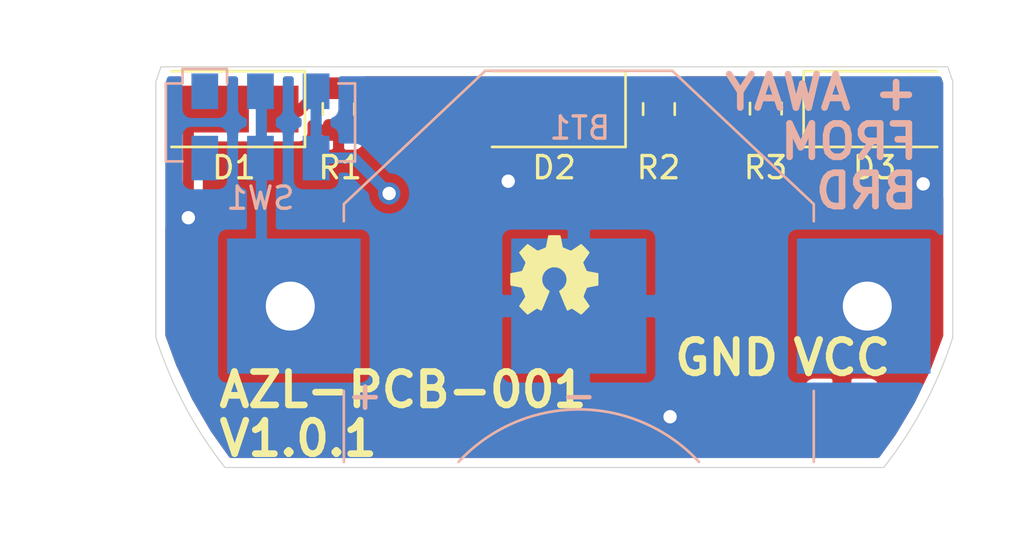
<source format=kicad_pcb>
(kicad_pcb (version 20171130) (host pcbnew "(5.1.5)-3")

  (general
    (thickness 1)
    (drawings 18)
    (tracks 29)
    (zones 0)
    (modules 11)
    (nets 10)
  )

  (page A4)
  (layers
    (0 F.Cu signal)
    (31 B.Cu signal)
    (32 B.Adhes user)
    (33 F.Adhes user)
    (34 B.Paste user)
    (35 F.Paste user)
    (36 B.SilkS user)
    (37 F.SilkS user)
    (38 B.Mask user)
    (39 F.Mask user)
    (40 Dwgs.User user hide)
    (41 Cmts.User user)
    (42 Eco1.User user)
    (43 Eco2.User user)
    (44 Edge.Cuts user)
    (45 Margin user)
    (46 B.CrtYd user)
    (47 F.CrtYd user)
    (48 B.Fab user hide)
    (49 F.Fab user hide)
  )

  (setup
    (last_trace_width 0.25)
    (trace_clearance 0.2)
    (zone_clearance 0.4)
    (zone_45_only no)
    (trace_min 0.2)
    (via_size 0.8)
    (via_drill 0.4)
    (via_min_size 0.4)
    (via_min_drill 0.3)
    (uvia_size 0.3)
    (uvia_drill 0.1)
    (uvias_allowed no)
    (uvia_min_size 0.2)
    (uvia_min_drill 0.1)
    (edge_width 0.05)
    (segment_width 0.2)
    (pcb_text_width 0.3)
    (pcb_text_size 1.5 1.5)
    (mod_edge_width 0.12)
    (mod_text_size 1 1)
    (mod_text_width 0.15)
    (pad_size 2.2 2.2)
    (pad_drill 2.2)
    (pad_to_mask_clearance 0.051)
    (solder_mask_min_width 0.25)
    (aux_axis_origin 0 0)
    (grid_origin 100 150)
    (visible_elements 7FFFFFFF)
    (pcbplotparams
      (layerselection 0x310fc_ffffffff)
      (usegerberextensions false)
      (usegerberattributes false)
      (usegerberadvancedattributes false)
      (creategerberjobfile false)
      (excludeedgelayer true)
      (linewidth 0.100000)
      (plotframeref false)
      (viasonmask false)
      (mode 1)
      (useauxorigin false)
      (hpglpennumber 1)
      (hpglpenspeed 20)
      (hpglpendiameter 15.000000)
      (psnegative false)
      (psa4output false)
      (plotreference true)
      (plotvalue false)
      (plotinvisibletext false)
      (padsonsilk false)
      (subtractmaskfromsilk false)
      (outputformat 1)
      (mirror false)
      (drillshape 0)
      (scaleselection 1)
      (outputdirectory "Gerbers/"))
  )

  (net 0 "")
  (net 1 +3V0)
  (net 2 GND)
  (net 3 "Net-(D1-Pad1)")
  (net 4 "Net-(D2-Pad1)")
  (net 5 "Net-(D3-Pad1)")
  (net 6 /BAT+)
  (net 7 "Net-(BT1-Pad3)")
  (net 8 "Net-(SW1-Pad4)")
  (net 9 "Net-(SW1-Pad1)")

  (net_class Default "This is the default net class."
    (clearance 0.2)
    (trace_width 0.25)
    (via_dia 0.8)
    (via_drill 0.4)
    (uvia_dia 0.3)
    (uvia_drill 0.1)
    (add_net /BAT+)
    (add_net "Net-(BT1-Pad3)")
    (add_net "Net-(D1-Pad1)")
    (add_net "Net-(D2-Pad1)")
    (add_net "Net-(D3-Pad1)")
    (add_net "Net-(SW1-Pad1)")
    (add_net "Net-(SW1-Pad4)")
  )

  (net_class Power ""
    (clearance 0.2)
    (trace_width 0.5)
    (via_dia 1)
    (via_drill 0.6)
    (uvia_dia 0.3)
    (uvia_drill 0.1)
    (add_net +3V0)
    (add_net GND)
  )

  (module Logos_LE:OSHW-Symbol_4mm_Silkscreen (layer F.Cu) (tedit 5F3ABD53) (tstamp 5F3AD859)
    (at 117.9 141.35)
    (path /5F598CE9)
    (fp_text reference L1 (at -0.12 -2.53) (layer F.Fab) hide
      (effects (font (size 1 1) (thickness 0.15)))
    )
    (fp_text value Logo (at 0.11 2.82) (layer F.Fab) hide
      (effects (font (size 1 1) (thickness 0.15)))
    )
    (fp_poly (pts (xy 0.069656 -1.777977) (xy 0.123861 -1.777868) (xy 0.16722 -1.777612) (xy 0.200992 -1.777149)
      (xy 0.226438 -1.776419) (xy 0.244819 -1.77536) (xy 0.257395 -1.773913) (xy 0.265426 -1.772018)
      (xy 0.270175 -1.769614) (xy 0.2729 -1.76664) (xy 0.273834 -1.765041) (xy 0.276581 -1.755733)
      (xy 0.28142 -1.734793) (xy 0.288043 -1.703739) (xy 0.29614 -1.664091) (xy 0.305402 -1.617366)
      (xy 0.315519 -1.565083) (xy 0.326182 -1.508761) (xy 0.327943 -1.499344) (xy 0.338686 -1.442715)
      (xy 0.349007 -1.390065) (xy 0.358591 -1.342881) (xy 0.367119 -1.302648) (xy 0.374276 -1.270852)
      (xy 0.379746 -1.24898) (xy 0.383212 -1.238518) (xy 0.383589 -1.237972) (xy 0.392454 -1.23268)
      (xy 0.411806 -1.223381) (xy 0.439661 -1.210888) (xy 0.474036 -1.196013) (xy 0.51295 -1.179569)
      (xy 0.554417 -1.162369) (xy 0.596457 -1.145225) (xy 0.637084 -1.12895) (xy 0.674318 -1.114356)
      (xy 0.706174 -1.102257) (xy 0.73067 -1.093464) (xy 0.745823 -1.088791) (xy 0.748927 -1.088252)
      (xy 0.758419 -1.091142) (xy 0.776265 -1.100433) (xy 0.802903 -1.116401) (xy 0.83877 -1.139324)
      (xy 0.884305 -1.169478) (xy 0.939946 -1.207139) (xy 0.972264 -1.229264) (xy 1.028257 -1.267712)
      (xy 1.074276 -1.299262) (xy 1.111377 -1.324569) (xy 1.140614 -1.344292) (xy 1.163043 -1.359088)
      (xy 1.179716 -1.369614) (xy 1.19169 -1.376527) (xy 1.200019 -1.380485) (xy 1.205758 -1.382145)
      (xy 1.20996 -1.382165) (xy 1.213682 -1.381201) (xy 1.215232 -1.380701) (xy 1.223775 -1.374785)
      (xy 1.240053 -1.36059) (xy 1.26281 -1.339398) (xy 1.29079 -1.312485) (xy 1.322736 -1.281131)
      (xy 1.357391 -1.246615) (xy 1.3935 -1.210217) (xy 1.429805 -1.173214) (xy 1.465051 -1.136887)
      (xy 1.49798 -1.102514) (xy 1.527337 -1.071373) (xy 1.551864 -1.044745) (xy 1.570306 -1.023909)
      (xy 1.581405 -1.010142) (xy 1.584158 -1.005159) (xy 1.58048 -0.996737) (xy 1.570001 -0.978633)
      (xy 1.553555 -0.952142) (xy 1.531974 -0.918557) (xy 1.50609 -0.879172) (xy 1.476737 -0.83528)
      (xy 1.444746 -0.788176) (xy 1.440447 -0.781898) (xy 1.397302 -0.718485) (xy 1.361731 -0.665187)
      (xy 1.333814 -0.622125) (xy 1.313627 -0.589422) (xy 1.301248 -0.567201) (xy 1.296754 -0.555583)
      (xy 1.296737 -0.555193) (xy 1.299374 -0.543357) (xy 1.306732 -0.521607) (xy 1.31798 -0.491862)
      (xy 1.332289 -0.456038) (xy 1.348827 -0.416051) (xy 1.366765 -0.37382) (xy 1.385273 -0.33126)
      (xy 1.403519 -0.29029) (xy 1.420675 -0.252827) (xy 1.435908 -0.220786) (xy 1.44839 -0.196086)
      (xy 1.45729 -0.180644) (xy 1.460756 -0.176483) (xy 1.470316 -0.173205) (xy 1.491455 -0.16791)
      (xy 1.522588 -0.160931) (xy 1.562135 -0.152602) (xy 1.608512 -0.143257) (xy 1.660138 -0.133229)
      (xy 1.711414 -0.123595) (xy 1.766558 -0.113303) (xy 1.817991 -0.103521) (xy 1.864119 -0.094565)
      (xy 1.903348 -0.086752) (xy 1.934087 -0.080399) (xy 1.95474 -0.075824) (xy 1.963487 -0.073449)
      (xy 1.978526 -0.067129) (xy 1.978526 0.199667) (xy 1.978493 0.266607) (xy 1.978357 0.321414)
      (xy 1.978067 0.365322) (xy 1.977568 0.399567) (xy 1.976807 0.425385) (xy 1.975732 0.444009)
      (xy 1.974288 0.456676) (xy 1.972424 0.46462) (xy 1.970086 0.469077) (xy 1.96722 0.471281)
      (xy 1.966829 0.471457) (xy 1.957753 0.473804) (xy 1.937084 0.47828) (xy 1.906373 0.484576)
      (xy 1.867172 0.492384) (xy 1.821032 0.501395) (xy 1.769505 0.511298) (xy 1.714892 0.521645)
      (xy 1.647976 0.534369) (xy 1.593256 0.545096) (xy 1.549745 0.55405) (xy 1.516455 0.561455)
      (xy 1.4924 0.567538) (xy 1.476592 0.572522) (xy 1.468044 0.576633) (xy 1.466314 0.578244)
      (xy 1.461793 0.587161) (xy 1.453043 0.606863) (xy 1.440753 0.635706) (xy 1.425614 0.672044)
      (xy 1.408315 0.714232) (xy 1.389546 0.760626) (xy 1.383298 0.7762) (xy 1.358716 0.838364)
      (xy 1.339446 0.888804) (xy 1.325324 0.927991) (xy 1.316185 0.956394) (xy 1.311864 0.974485)
      (xy 1.311574 0.981021) (xy 1.315967 0.990652) (xy 1.327134 1.009851) (xy 1.344184 1.037237)
      (xy 1.366228 1.071425) (xy 1.392374 1.111033) (xy 1.421733 1.154675) (xy 1.449342 1.195064)
      (xy 1.480597 1.240767) (xy 1.509289 1.283333) (xy 1.534555 1.321435) (xy 1.555534 1.353745)
      (xy 1.571363 1.378937) (xy 1.581178 1.395684) (xy 1.584158 1.402434) (xy 1.579563 1.409576)
      (xy 1.56646 1.425012) (xy 1.545869 1.447659) (xy 1.518811 1.476434) (xy 1.486308 1.510256)
      (xy 1.44938 1.548041) (xy 1.409048 1.588709) (xy 1.39816 1.599591) (xy 1.349769 1.647725)
      (xy 1.309871 1.687049) (xy 1.277629 1.718324) (xy 1.252205 1.742313) (xy 1.232759 1.759778)
      (xy 1.218454 1.771481) (xy 1.208452 1.778184) (xy 1.201915 1.78065) (xy 1.199305 1.780411)
      (xy 1.190927 1.775617) (xy 1.172905 1.764128) (xy 1.146594 1.746846) (xy 1.113349 1.724675)
      (xy 1.074524 1.698516) (xy 1.031476 1.669273) (xy 0.99328 1.643149) (xy 0.947793 1.612191)
      (xy 0.905382 1.5838) (xy 0.867397 1.558843) (xy 0.83519 1.538188) (xy 0.810112 1.522705)
      (xy 0.793513 1.513261) (xy 0.787101 1.510631) (xy 0.776812 1.513677) (xy 0.757262 1.522057)
      (xy 0.73089 1.534635) (xy 0.700133 1.550275) (xy 0.686163 1.557662) (xy 0.654369 1.574119)
      (xy 0.625974 1.587798) (xy 0.603386 1.597614) (xy 0.589013 1.602483) (xy 0.585922 1.60278)
      (xy 0.582298 1.599708) (xy 0.576605 1.590869) (xy 0.568539 1.575572) (xy 0.557797 1.553129)
      (xy 0.544075 1.52285) (xy 0.527069 1.484045) (xy 0.506475 1.436025) (xy 0.48199 1.378101)
      (xy 0.453309 1.309583) (xy 0.42013 1.229782) (xy 0.397094 1.174159) (xy 0.367488 1.102408)
      (xy 0.339441 1.034076) (xy 0.313365 0.970196) (xy 0.289677 0.911803) (xy 0.268792 0.85993)
      (xy 0.251125 0.815612) (xy 0.23709 0.779882) (xy 0.227104 0.753774) (xy 0.22158 0.738322)
      (xy 0.220579 0.734525) (xy 0.226414 0.722308) (xy 0.242344 0.707846) (xy 0.248987 0.703297)
      (xy 0.268004 0.690537) (xy 0.293027 0.673067) (xy 0.319356 0.654182) (xy 0.325458 0.649723)
      (xy 0.390404 0.594124) (xy 0.444988 0.530914) (xy 0.488856 0.461346) (xy 0.521653 0.386675)
      (xy 0.543024 0.308154) (xy 0.552612 0.227038) (xy 0.550064 0.14458) (xy 0.535023 0.062036)
      (xy 0.511798 -0.008137) (xy 0.490877 -0.053977) (xy 0.466295 -0.095276) (xy 0.435589 -0.135586)
      (xy 0.396296 -0.17846) (xy 0.387684 -0.187161) (xy 0.328449 -0.239825) (xy 0.266753 -0.280947)
      (xy 0.199556 -0.312339) (xy 0.150395 -0.328701) (xy 0.102607 -0.338651) (xy 0.046821 -0.34415)
      (xy -0.012356 -0.3452) (xy -0.070316 -0.3418) (xy -0.122452 -0.33395) (xy -0.143711 -0.328701)
      (xy -0.222457 -0.299344) (xy -0.295177 -0.258952) (xy -0.360787 -0.208684) (xy -0.418201 -0.149698)
      (xy -0.466336 -0.083154) (xy -0.504106 -0.01021) (xy -0.530428 0.067976) (xy -0.535425 0.089807)
      (xy -0.546147 0.173797) (xy -0.544021 0.257112) (xy -0.529553 0.338445) (xy -0.503248 0.41649)
      (xy -0.465612 0.48994) (xy -0.41715 0.557489) (xy -0.358368 0.617829) (xy -0.318775 0.649723)
      (xy -0.292843 0.668453) (xy -0.267065 0.686573) (xy -0.246145 0.700789) (xy -0.242303 0.703297)
      (xy -0.223715 0.717928) (xy -0.214486 0.731122) (xy -0.213895 0.734525) (xy -0.216396 0.742738)
      (xy -0.223621 0.762257) (xy -0.235155 0.79205) (xy -0.250584 0.831082) (xy -0.269492 0.87832)
      (xy -0.291464 0.932728) (xy -0.316084 0.993274) (xy -0.342939 1.058924) (xy -0.371612 1.128643)
      (xy -0.39041 1.174159) (xy -0.42654 1.261325) (xy -0.457982 1.336779) (xy -0.48504 1.40121)
      (xy -0.508018 1.455309) (xy -0.52722 1.499763) (xy -0.542949 1.535263) (xy -0.555509 1.562499)
      (xy -0.565203 1.582159) (xy -0.572336 1.594933) (xy -0.577211 1.60151) (xy -0.579239 1.60278)
      (xy -0.589255 1.600419) (xy -0.608542 1.592636) (xy -0.63469 1.580515) (xy -0.665292 1.565141)
      (xy -0.679479 1.557662) (xy -0.711372 1.541053) (xy -0.739929 1.527019) (xy -0.762712 1.516694)
      (xy -0.777283 1.511215) (xy -0.780417 1.510631) (xy -0.788815 1.514306) (xy -0.806831 1.524754)
      (xy -0.833115 1.541104) (xy -0.866317 1.56249) (xy -0.905084 1.588043) (xy -0.948067 1.616894)
      (xy -0.986596 1.643149) (xy -1.032134 1.674276) (xy -1.074578 1.703072) (xy -1.112575 1.728635)
      (xy -1.144769 1.750061) (xy -1.169804 1.766449) (xy -1.186327 1.776894) (xy -1.192621 1.780411)
      (xy -1.19748 1.780125) (xy -1.2053 1.776058) (xy -1.21692 1.76745) (xy -1.233177 1.753537)
      (xy -1.25491 1.733558) (xy -1.282957 1.706751) (xy -1.318156 1.672353) (xy -1.361344 1.629602)
      (xy -1.391476 1.599591) (xy -1.432523 1.558354) (xy -1.470432 1.519717) (xy -1.50418 1.484764)
      (xy -1.532748 1.454576) (xy -1.555114 1.430236) (xy -1.570257 1.412826) (xy -1.577156 1.403429)
      (xy -1.577474 1.402434) (xy -1.573793 1.3944) (xy -1.563324 1.37673) (xy -1.54693 1.35075)
      (xy -1.525474 1.317788) (xy -1.499818 1.27917) (xy -1.470825 1.236222) (xy -1.442658 1.195064)
      (xy -1.411221 1.149026) (xy -1.382216 1.105814) (xy -1.356535 1.066811) (xy -1.335069 1.0334)
      (xy -1.318708 1.006965) (xy -1.308342 0.98889) (xy -1.30489 0.981021) (xy -1.30611 0.969501)
      (xy -1.31204 0.94798) (xy -1.322843 0.915989) (xy -1.338685 0.873055) (xy -1.35973 0.818709)
      (xy -1.376615 0.7762) (xy -1.39571 0.728802) (xy -1.413558 0.685079) (xy -1.429469 0.646676)
      (xy -1.442752 0.615238) (xy -1.452718 0.592411) (xy -1.458677 0.579839) (xy -1.45963 0.578244)
      (xy -1.465256 0.574451) (xy -1.477703 0.569884) (xy -1.497957 0.564319) (xy -1.527005 0.557531)
      (xy -1.565835 0.549296) (xy -1.615432 0.539388) (xy -1.676785 0.527583) (xy -1.708208 0.521645)
      (xy -1.763531 0.511163) (xy -1.814998 0.501269) (xy -1.861056 0.492272) (xy -1.900155 0.484482)
      (xy -1.930743 0.478208) (xy -1.951268 0.473758) (xy -1.960145 0.471457) (xy -1.963079 0.469444)
      (xy -1.96548 0.465331) (xy -1.967399 0.457882) (xy -1.968891 0.445862) (xy -1.970009 0.428036)
      (xy -1.970805 0.403169) (xy -1.971334 0.370026) (xy -1.971647 0.327371) (xy -1.971799 0.27397)
      (xy -1.971842 0.208588) (xy -1.971842 -0.067129) (xy -1.956803 -0.073449) (xy -1.946909 -0.076095)
      (xy -1.925455 -0.080812) (xy -1.894033 -0.087284) (xy -1.854239 -0.095192) (xy -1.807664 -0.10422)
      (xy -1.755902 -0.114051) (xy -1.70473 -0.123595) (xy -1.649646 -0.133957) (xy -1.598342 -0.143947)
      (xy -1.552397 -0.153231) (xy -1.513396 -0.161475) (xy -1.482921 -0.168346) (xy -1.462553 -0.173508)
      (xy -1.454072 -0.176483) (xy -1.447939 -0.184896) (xy -1.437685 -0.203811) (xy -1.424142 -0.231309)
      (xy -1.408138 -0.265474) (xy -1.390504 -0.304389) (xy -1.372071 -0.346136) (xy -1.353669 -0.388798)
      (xy -1.336129 -0.430459) (xy -1.320279 -0.469201) (xy -1.306951 -0.503108) (xy -1.296976 -0.530261)
      (xy -1.291182 -0.548745) (xy -1.290053 -0.555193) (xy -1.294024 -0.566107) (xy -1.305886 -0.587633)
      (xy -1.32556 -0.619649) (xy -1.352971 -0.662031) (xy -1.388039 -0.714659) (xy -1.430687 -0.777409)
      (xy -1.433763 -0.781898) (xy -1.466035 -0.829325) (xy -1.495777 -0.873706) (xy -1.522158 -0.913749)
      (xy -1.544344 -0.948159) (xy -1.561504 -0.975643) (xy -1.572803 -0.994908) (xy -1.57741 -1.004659)
      (xy -1.577474 -1.005159) (xy -1.572899 -1.012596) (xy -1.560013 -1.028089) (xy -1.540071 -1.050361)
      (xy -1.51433 -1.078132) (xy -1.484047 -1.110123) (xy -1.450479 -1.145055) (xy -1.41488 -1.181649)
      (xy -1.378509 -1.218626) (xy -1.342622 -1.254708) (xy -1.308474 -1.288614) (xy -1.277323 -1.319067)
      (xy -1.250425 -1.344786) (xy -1.229036 -1.364494) (xy -1.214414 -1.376911) (xy -1.208548 -1.380701)
      (xy -1.204632 -1.381857) (xy -1.20057 -1.382225) (xy -1.195308 -1.381147) (xy -1.18779 -1.377967)
      (xy -1.176962 -1.372027) (xy -1.161769 -1.362669) (xy -1.141155 -1.349238) (xy -1.114067 -1.331074)
      (xy -1.079449 -1.307522) (xy -1.036247 -1.277924) (xy -0.983405 -1.241622) (xy -0.964849 -1.228869)
      (xy -0.903956 -1.18729) (xy -0.853393 -1.15337) (xy -0.81273 -1.126839) (xy -0.781537 -1.107424)
      (xy -0.759384 -1.094853) (xy -0.745839 -1.088854) (xy -0.742249 -1.088231) (xy -0.731593 -1.090924)
      (xy -0.710753 -1.09808) (xy -0.681716 -1.108887) (xy -0.646467 -1.122531) (xy -0.606993 -1.138198)
      (xy -0.56528 -1.155075) (xy -0.523314 -1.172349) (xy -0.483081 -1.189206) (xy -0.446567 -1.204832)
      (xy -0.415759 -1.218415) (xy -0.392643 -1.229141) (xy -0.379205 -1.236196) (xy -0.376964 -1.237828)
      (xy -0.373832 -1.246178) (xy -0.36865 -1.266197) (xy -0.361736 -1.296398) (xy -0.353406 -1.335293)
      (xy -0.343978 -1.381393) (xy -0.333769 -1.433211) (xy -0.323097 -1.489259) (xy -0.321234 -1.499232)
      (xy -0.310539 -1.556061) (xy -0.300335 -1.609103) (xy -0.290931 -1.656836) (xy -0.282636 -1.69774)
      (xy -0.27576 -1.730295) (xy -0.27061 -1.752982) (xy -0.267498 -1.76428) (xy -0.26721 -1.764929)
      (xy -0.265005 -1.768217) (xy -0.261413 -1.770902) (xy -0.255173 -1.773045) (xy -0.245023 -1.774708)
      (xy -0.229703 -1.77595) (xy -0.207951 -1.776834) (xy -0.178507 -1.777419) (xy -0.140108 -1.777767)
      (xy -0.091493 -1.777939) (xy -0.031402 -1.777996) (xy 0.003342 -1.778) (xy 0.069656 -1.777977)) (layer F.SilkS) (width 0.01))
  )

  (module "Azula Head Piece Light:CL-SB-22A_HandSolder_Edge" (layer B.Cu) (tedit 5F3AB022) (tstamp 5F1DB711)
    (at 104.7 134.5)
    (descr "CL-SB-22A, micro switch, surface mount")
    (path /5F182016)
    (attr smd)
    (fp_text reference SW1 (at 0 3.4) (layer B.SilkS)
      (effects (font (size 1 1) (thickness 0.15)) (justify mirror))
    )
    (fp_text value SW_DIP_x03 (at 0 -5.2) (layer B.Fab)
      (effects (font (size 1 1) (thickness 0.15)) (justify mirror))
    )
    (fp_line (start 4.4 1.8) (end 3.2 2.8) (layer B.CrtYd) (width 0.05))
    (fp_line (start -4.4 1.8) (end -3.2 2.8) (layer B.CrtYd) (width 0.05))
    (fp_line (start -3.5 -2.4) (end -1.5 -2.4) (layer B.SilkS) (width 0.12))
    (fp_line (start -3.5 -1.75) (end -3.5 -2.4) (layer B.SilkS) (width 0.12))
    (fp_line (start -4.25 1.75) (end 4.25 1.75) (layer B.Fab) (width 0.1))
    (fp_line (start 4.25 1.75) (end 4.25 -1.75) (layer B.Fab) (width 0.1))
    (fp_line (start 4.25 -1.75) (end -4.25 -1.75) (layer B.Fab) (width 0.1))
    (fp_line (start -4.25 -1.75) (end -4.25 1.75) (layer B.Fab) (width 0.1))
    (fp_line (start -3.2 2.8) (end 3.2 2.8) (layer B.CrtYd) (width 0.05))
    (fp_line (start 4.4 1.8) (end 4.4 -3.8) (layer B.CrtYd) (width 0.05))
    (fp_line (start 4.4 -3.8) (end -4.4 -3.8) (layer B.CrtYd) (width 0.05))
    (fp_line (start -4.4 -3.8) (end -4.4 1.8) (layer B.CrtYd) (width 0.05))
    (fp_line (start 0 -1.75) (end 0 -3.75) (layer B.Fab) (width 0.1))
    (fp_line (start 0 -3.75) (end -1.5 -3.75) (layer B.Fab) (width 0.1))
    (fp_line (start -1.5 -3.75) (end -1.5 -1.75) (layer B.Fab) (width 0.1))
    (fp_line (start -3.5 1.75) (end -4.25 1.75) (layer B.SilkS) (width 0.12))
    (fp_line (start -4.25 1.75) (end -4.25 -1.75) (layer B.SilkS) (width 0.12))
    (fp_line (start -4.25 -1.75) (end -3.5 -1.75) (layer B.SilkS) (width 0.12))
    (fp_line (start 3.5 1.75) (end 4.25 1.75) (layer B.SilkS) (width 0.12))
    (fp_line (start 4.25 1.75) (end 4.25 -1.75) (layer B.SilkS) (width 0.12))
    (fp_line (start 4.25 -1.75) (end 3.5 -1.75) (layer B.SilkS) (width 0.12))
    (fp_line (start -1.5 -1.75) (end -1.5 -2.4) (layer B.SilkS) (width 0.12))
    (fp_line (start -1.5 -3.75) (end 0 -3.75) (layer Dwgs.User) (width 0.12))
    (fp_line (start 0 -3.75) (end 0 -2.4) (layer Dwgs.User) (width 0.12))
    (pad 4 smd rect (at -2.5 1.6) (size 1.2 2) (layers B.Cu B.Paste B.Mask)
      (net 8 "Net-(SW1-Pad4)"))
    (pad 5 smd rect (at 0 1.6) (size 1.2 2) (layers B.Cu B.Paste B.Mask)
      (net 6 /BAT+))
    (pad 6 smd rect (at 2.5 1.6) (size 1.2 2) (layers B.Cu B.Paste B.Mask)
      (net 1 +3V0))
    (pad 1 smd rect (at -2.5 -1.4) (size 1.2 1.6) (layers B.Cu B.Paste B.Mask)
      (net 9 "Net-(SW1-Pad1)"))
    (pad 2 smd rect (at 0 -1.4) (size 1.2 1.6) (layers B.Cu B.Paste B.Mask)
      (net 6 /BAT+))
    (pad 3 smd rect (at 2.5 -1.4) (size 1.2 1.6) (layers B.Cu B.Paste B.Mask)
      (net 1 +3V0))
    (model ${LE3DMOD}/CL-SB-22A-11T.step
      (offset (xyz 0 0 3.5))
      (scale (xyz 1 1 1))
      (rotate (xyz -90 0 0))
    )
  )

  (module "Azula Head Piece Light:BAT_BK-883" (layer B.Cu) (tedit 5F3AB08E) (tstamp 5F1CC0E7)
    (at 119 142.75)
    (descr "20 mm coil cell battery surface mount holder.")
    (path /5F173906)
    (attr smd)
    (fp_text reference BT1 (at 0.05 -8) (layer B.SilkS)
      (effects (font (size 1 1) (thickness 0.15)) (justify mirror))
    )
    (fp_text value BK-883 (at -0.2 -9.4) (layer B.Fab)
      (effects (font (size 1 1) (thickness 0.15)) (justify mirror))
    )
    (fp_line (start 10.8 -4.55) (end 4.2 -10.8) (layer B.CrtYd) (width 0.05))
    (fp_line (start -10.8 -4.55) (end -4.2 -10.8) (layer B.CrtYd) (width 0.05))
    (fp_text user + (at -9.6 4) (layer B.SilkS)
      (effects (font (size 1.25 1.25) (thickness 0.2)) (justify mirror))
    )
    (fp_text user - (at 0 4) (layer B.SilkS)
      (effects (font (size 1.25 1.25) (thickness 0.2)) (justify mirror))
    )
    (fp_text user + (at -9.6 4) (layer B.SilkS)
      (effects (font (size 1.25 1.25) (thickness 0.2)) (justify mirror))
    )
    (fp_line (start -10.805 9.49) (end -10.805 3.285) (layer B.CrtYd) (width 0.05))
    (fp_line (start 10.805 9.49) (end -10.805 9.49) (layer B.CrtYd) (width 0.05))
    (fp_line (start 10.805 3.285) (end 10.805 9.49) (layer B.CrtYd) (width 0.05))
    (fp_line (start 16 3.285) (end 10.805 3.285) (layer B.CrtYd) (width 0.05))
    (fp_line (start 16 -3.285) (end 16 3.285) (layer B.CrtYd) (width 0.05))
    (fp_line (start 10.805 -3.285) (end 16 -3.285) (layer B.CrtYd) (width 0.05))
    (fp_line (start 10.8 -4.55) (end 10.8 -3.285) (layer B.CrtYd) (width 0.05))
    (fp_line (start -4.2 -10.8) (end 4.2 -10.8) (layer B.CrtYd) (width 0.05))
    (fp_line (start -10.8 -3.285) (end -10.8 -4.55) (layer B.CrtYd) (width 0.05))
    (fp_line (start -16 -3.285) (end -10.8 -3.285) (layer B.CrtYd) (width 0.05))
    (fp_line (start -16 3.285) (end -16 -3.285) (layer B.CrtYd) (width 0.05))
    (fp_line (start -10.805 3.285) (end -16 3.285) (layer B.CrtYd) (width 0.05))
    (fp_line (start -10.555 7) (end -10.555 3.81) (layer B.SilkS) (width 0.12))
    (fp_arc (start -8.222162 6.809786) (end -10.555 7.5) (angle -139.5) (layer Dwgs.User) (width 0.12))
    (fp_arc (start 0 12.001245) (end -5.4 7) (angle 94.39096245) (layer B.SilkS) (width 0.12))
    (fp_arc (start 8.222162 6.809786) (end 6 7.8) (angle -139.5) (layer Dwgs.User) (width 0.12))
    (fp_line (start 10.555 3.81) (end 10.555 7) (layer B.SilkS) (width 0.12))
    (fp_line (start 10.555 -4.58) (end 10.555 -3.81) (layer B.SilkS) (width 0.12))
    (fp_line (start 4.2 -10.57) (end 10.555 -4.58) (layer B.SilkS) (width 0.12))
    (fp_line (start -4.2 -10.57) (end 4.2 -10.57) (layer B.SilkS) (width 0.12))
    (fp_line (start -10.555 -4.58) (end -4.2 -10.57) (layer B.SilkS) (width 0.12))
    (fp_line (start -10.555 -3.81) (end -10.555 -4.58) (layer B.SilkS) (width 0.12))
    (fp_line (start -10.555 3) (end -15.8 3) (layer B.Fab) (width 0.1))
    (fp_line (start -10.555 7.5) (end -10.555 3) (layer B.Fab) (width 0.1))
    (fp_arc (start -8.222162 6.809786) (end -10.555 7.5) (angle -139.5) (layer B.Fab) (width 0.1))
    (fp_arc (start 0 12.001245) (end -6 7.8) (angle 110) (layer B.Fab) (width 0.1))
    (fp_arc (start 8.222162 6.809786) (end 6 7.8) (angle -139.5) (layer B.Fab) (width 0.1))
    (fp_line (start 10.555 3) (end 10.555 7.5) (layer B.Fab) (width 0.1))
    (fp_line (start 15.8 3) (end 10.555 3) (layer B.Fab) (width 0.1))
    (fp_line (start 15.8 -3) (end 15.8 3) (layer B.Fab) (width 0.1))
    (fp_line (start 10.555 -3) (end 15.8 -3) (layer B.Fab) (width 0.1))
    (fp_line (start 10.555 -4.58) (end 10.555 -3) (layer B.Fab) (width 0.1))
    (fp_line (start 4.2 -10.57) (end 10.555 -4.58) (layer B.Fab) (width 0.1))
    (fp_line (start -4.2 -10.57) (end 4.2 -10.57) (layer B.Fab) (width 0.1))
    (fp_line (start -10.555 -4.58) (end -4.2 -10.57) (layer B.Fab) (width 0.1))
    (fp_line (start -10.555 -3) (end -10.555 -4.58) (layer B.Fab) (width 0.1))
    (fp_line (start -15.8 -3) (end -10.555 -3) (layer B.Fab) (width 0.1))
    (fp_line (start -15.8 3) (end -15.8 -3) (layer B.Fab) (width 0.1))
    (pad "" np_thru_hole circle (at -12.96 0) (size 2.2 2.2) (drill 2.2) (layers *.Cu *.Mask))
    (pad "" np_thru_hole circle (at 12.96 0) (size 2.2 2.2) (drill 2.2) (layers *.Cu *.Mask))
    (pad 1 smd rect (at -12.8 0) (size 6 6.07) (layers B.Cu B.Paste B.Mask)
      (net 6 /BAT+))
    (pad 3 smd rect (at 12.8 0) (size 6 6.07) (layers B.Cu B.Paste B.Mask)
      (net 7 "Net-(BT1-Pad3)"))
    (pad 2 smd rect (at 0 0) (size 6.07 6.07) (layers B.Cu B.Paste B.Mask)
      (net 2 GND) (thermal_width 1))
    (model "$(LE3DMOD)/BK-883.step"
      (offset (xyz 0 -0.65 0))
      (scale (xyz 1 1 1))
      (rotate (xyz -90 0 180))
    )
  )

  (module "Azula Head Piece Light:LED_JB5630AWT-P-H40GA0000-NZ000001" (layer F.Cu) (tedit 5F199121) (tstamp 5F1A51B3)
    (at 132.3 133.9)
    (path /5F170AE6)
    (attr smd)
    (fp_text reference D3 (at -0.01 2.63) (layer F.SilkS)
      (effects (font (size 1 1) (thickness 0.15)))
    )
    (fp_text value LED (at 0.2 3.175) (layer F.Fab)
      (effects (font (size 1 1) (thickness 0.15)))
    )
    (fp_line (start -3.2 1.7) (end -3.2 -1.7) (layer F.SilkS) (width 0.12))
    (fp_line (start -3.2 -1.7) (end 2.8 -1.7) (layer F.Fab) (width 0.1))
    (fp_line (start 2.8 -1.7) (end 2.8 1.7) (layer F.Fab) (width 0.1))
    (fp_line (start 2.8 1.7) (end -3.2 1.7) (layer F.Fab) (width 0.1))
    (fp_line (start -3.2 1.7) (end -3.2 -1.7) (layer F.Fab) (width 0.1))
    (fp_line (start -3.2 -1.7) (end 2.8 -1.7) (layer F.SilkS) (width 0.12))
    (fp_line (start 2.8 1.7) (end -3.2 1.7) (layer F.SilkS) (width 0.12))
    (fp_line (start -3.4 -1.75) (end 3.17 -1.75) (layer F.CrtYd) (width 0.05))
    (fp_line (start 3.17 -1.75) (end 3.17 1.75) (layer F.CrtYd) (width 0.05))
    (fp_line (start 3.17 1.75) (end -3.4 1.75) (layer F.CrtYd) (width 0.05))
    (fp_line (start -3.4 1.75) (end -3.4 -1.75) (layer F.CrtYd) (width 0.05))
    (pad 1 smd rect (at -2.07 0 90) (size 2.1 1.68) (layers F.Cu F.Paste F.Mask)
      (net 5 "Net-(D3-Pad1)"))
    (pad 2 smd rect (at 1.12 0) (size 3.6 2.1) (layers F.Cu F.Paste F.Mask)
      (net 2 GND))
    (model ${LE3DMOD}/J-5630-3D.step
      (offset (xyz 1.1 -0.2 -5))
      (scale (xyz 1 1 1))
      (rotate (xyz 0 0 0))
    )
  )

  (module "Azula Head Piece Light:LED_JB5630AWT-P-H40GA0000-NZ000001" (layer F.Cu) (tedit 5F199121) (tstamp 5F18CE5C)
    (at 117.9 133.9 180)
    (path /5F179355)
    (attr smd)
    (fp_text reference D2 (at 0.01 -2.63) (layer F.SilkS)
      (effects (font (size 1 1) (thickness 0.15)))
    )
    (fp_text value LED (at 0.2 3.175) (layer F.Fab)
      (effects (font (size 1 1) (thickness 0.15)))
    )
    (fp_line (start -3.2 1.7) (end -3.2 -1.7) (layer F.SilkS) (width 0.12))
    (fp_line (start -3.2 -1.7) (end 2.8 -1.7) (layer F.Fab) (width 0.1))
    (fp_line (start 2.8 -1.7) (end 2.8 1.7) (layer F.Fab) (width 0.1))
    (fp_line (start 2.8 1.7) (end -3.2 1.7) (layer F.Fab) (width 0.1))
    (fp_line (start -3.2 1.7) (end -3.2 -1.7) (layer F.Fab) (width 0.1))
    (fp_line (start -3.2 -1.7) (end 2.8 -1.7) (layer F.SilkS) (width 0.12))
    (fp_line (start 2.8 1.7) (end -3.2 1.7) (layer F.SilkS) (width 0.12))
    (fp_line (start -3.4 -1.75) (end 3.17 -1.75) (layer F.CrtYd) (width 0.05))
    (fp_line (start 3.17 -1.75) (end 3.17 1.75) (layer F.CrtYd) (width 0.05))
    (fp_line (start 3.17 1.75) (end -3.4 1.75) (layer F.CrtYd) (width 0.05))
    (fp_line (start -3.4 1.75) (end -3.4 -1.75) (layer F.CrtYd) (width 0.05))
    (pad 1 smd rect (at -2.07 0 270) (size 2.1 1.68) (layers F.Cu F.Paste F.Mask)
      (net 4 "Net-(D2-Pad1)"))
    (pad 2 smd rect (at 1.12 0 180) (size 3.6 2.1) (layers F.Cu F.Paste F.Mask)
      (net 2 GND))
    (model ${LE3DMOD}/J-5630-3D.step
      (offset (xyz 1.1 -0.2 -5))
      (scale (xyz 1 1 1))
      (rotate (xyz 0 0 0))
    )
  )

  (module "Azula Head Piece Light:LED_JB5630AWT-P-H40GA0000-NZ000001" (layer F.Cu) (tedit 5F199121) (tstamp 5F18CDFC)
    (at 103.5 133.9 180)
    (path /5F179930)
    (attr smd)
    (fp_text reference D1 (at -0.01 -2.63) (layer F.SilkS)
      (effects (font (size 1 1) (thickness 0.15)))
    )
    (fp_text value LED (at 0.2 3.175) (layer F.Fab)
      (effects (font (size 1 1) (thickness 0.15)))
    )
    (fp_line (start -3.2 1.7) (end -3.2 -1.7) (layer F.SilkS) (width 0.12))
    (fp_line (start -3.2 -1.7) (end 2.8 -1.7) (layer F.Fab) (width 0.1))
    (fp_line (start 2.8 -1.7) (end 2.8 1.7) (layer F.Fab) (width 0.1))
    (fp_line (start 2.8 1.7) (end -3.2 1.7) (layer F.Fab) (width 0.1))
    (fp_line (start -3.2 1.7) (end -3.2 -1.7) (layer F.Fab) (width 0.1))
    (fp_line (start -3.2 -1.7) (end 2.8 -1.7) (layer F.SilkS) (width 0.12))
    (fp_line (start 2.8 1.7) (end -3.2 1.7) (layer F.SilkS) (width 0.12))
    (fp_line (start -3.4 -1.75) (end 3.17 -1.75) (layer F.CrtYd) (width 0.05))
    (fp_line (start 3.17 -1.75) (end 3.17 1.75) (layer F.CrtYd) (width 0.05))
    (fp_line (start 3.17 1.75) (end -3.4 1.75) (layer F.CrtYd) (width 0.05))
    (fp_line (start -3.4 1.75) (end -3.4 -1.75) (layer F.CrtYd) (width 0.05))
    (pad 1 smd rect (at -2.07 0 270) (size 2.1 1.68) (layers F.Cu F.Paste F.Mask)
      (net 3 "Net-(D1-Pad1)"))
    (pad 2 smd rect (at 1.12 0 180) (size 3.6 2.1) (layers F.Cu F.Paste F.Mask)
      (net 2 GND))
    (model ${LE3DMOD}/J-5630-3D.step
      (offset (xyz 1.1 -0.2 -5))
      (scale (xyz 1 1 1))
      (rotate (xyz 0 0 0))
    )
  )

  (module FrequentlyUsed:0805_2012Metric (layer F.Cu) (tedit 5F1A0DBC) (tstamp 5F1A51E3)
    (at 127.4 133.88 90)
    (descr "Resistor SMD 0805 (2012 Metric), square (rectangular) end terminal, IPC_7351 nominal, (Body size source: https://docs.google.com/spreadsheets/d/1BsfQQcO9C6DZCsRaXUlFlo91Tg2WpOkGARC1WS5S8t0/edit?usp=sharing), generated with kicad-footprint-generator")
    (tags resistor)
    (path /5F17152D)
    (attr smd)
    (fp_text reference R3 (at -2.65 -0.01 180) (layer F.SilkS)
      (effects (font (size 1 1) (thickness 0.15)))
    )
    (fp_text value 200 (at 0 1.65 90) (layer F.Fab)
      (effects (font (size 1 1) (thickness 0.15)))
    )
    (fp_text user %R (at 0 0 90) (layer F.Fab)
      (effects (font (size 0.5 0.5) (thickness 0.08)))
    )
    (fp_line (start 1.68 0.95) (end -1.68 0.95) (layer F.CrtYd) (width 0.05))
    (fp_line (start 1.68 -0.95) (end 1.68 0.95) (layer F.CrtYd) (width 0.05))
    (fp_line (start -1.68 -0.95) (end 1.68 -0.95) (layer F.CrtYd) (width 0.05))
    (fp_line (start -1.68 0.95) (end -1.68 -0.95) (layer F.CrtYd) (width 0.05))
    (fp_line (start -0.258578 0.71) (end 0.258578 0.71) (layer F.SilkS) (width 0.12))
    (fp_line (start -0.258578 -0.71) (end 0.258578 -0.71) (layer F.SilkS) (width 0.12))
    (fp_line (start 1 0.6) (end -1 0.6) (layer F.Fab) (width 0.1))
    (fp_line (start 1 -0.6) (end 1 0.6) (layer F.Fab) (width 0.1))
    (fp_line (start -1 -0.6) (end 1 -0.6) (layer F.Fab) (width 0.1))
    (fp_line (start -1 0.6) (end -1 -0.6) (layer F.Fab) (width 0.1))
    (pad 2 smd roundrect (at 0.9375 0 90) (size 0.975 1.4) (layers F.Cu F.Paste F.Mask) (roundrect_rratio 0.25)
      (net 5 "Net-(D3-Pad1)"))
    (pad 1 smd roundrect (at -0.9375 0 90) (size 0.975 1.4) (layers F.Cu F.Paste F.Mask) (roundrect_rratio 0.25)
      (net 1 +3V0))
    (model ${KISYS3DMOD}/Resistor_SMD.3dshapes/R_0805_2012Metric.wrl
      (at (xyz 0 0 0))
      (scale (xyz 1 1 1))
      (rotate (xyz 0 0 0))
    )
  )

  (module FrequentlyUsed:0805_2012Metric (layer F.Cu) (tedit 5F1A0DBC) (tstamp 5F18F952)
    (at 122.6 133.9 90)
    (descr "Resistor SMD 0805 (2012 Metric), square (rectangular) end terminal, IPC_7351 nominal, (Body size source: https://docs.google.com/spreadsheets/d/1BsfQQcO9C6DZCsRaXUlFlo91Tg2WpOkGARC1WS5S8t0/edit?usp=sharing), generated with kicad-footprint-generator")
    (tags resistor)
    (path /5F179360)
    (attr smd)
    (fp_text reference R2 (at -2.63 -0.02 180) (layer F.SilkS)
      (effects (font (size 1 1) (thickness 0.15)))
    )
    (fp_text value 200 (at 0 1.65 90) (layer F.Fab)
      (effects (font (size 1 1) (thickness 0.15)))
    )
    (fp_text user %R (at 0 0 90) (layer F.Fab)
      (effects (font (size 0.5 0.5) (thickness 0.08)))
    )
    (fp_line (start 1.68 0.95) (end -1.68 0.95) (layer F.CrtYd) (width 0.05))
    (fp_line (start 1.68 -0.95) (end 1.68 0.95) (layer F.CrtYd) (width 0.05))
    (fp_line (start -1.68 -0.95) (end 1.68 -0.95) (layer F.CrtYd) (width 0.05))
    (fp_line (start -1.68 0.95) (end -1.68 -0.95) (layer F.CrtYd) (width 0.05))
    (fp_line (start -0.258578 0.71) (end 0.258578 0.71) (layer F.SilkS) (width 0.12))
    (fp_line (start -0.258578 -0.71) (end 0.258578 -0.71) (layer F.SilkS) (width 0.12))
    (fp_line (start 1 0.6) (end -1 0.6) (layer F.Fab) (width 0.1))
    (fp_line (start 1 -0.6) (end 1 0.6) (layer F.Fab) (width 0.1))
    (fp_line (start -1 -0.6) (end 1 -0.6) (layer F.Fab) (width 0.1))
    (fp_line (start -1 0.6) (end -1 -0.6) (layer F.Fab) (width 0.1))
    (pad 2 smd roundrect (at 0.9375 0 90) (size 0.975 1.4) (layers F.Cu F.Paste F.Mask) (roundrect_rratio 0.25)
      (net 4 "Net-(D2-Pad1)"))
    (pad 1 smd roundrect (at -0.9375 0 90) (size 0.975 1.4) (layers F.Cu F.Paste F.Mask) (roundrect_rratio 0.25)
      (net 1 +3V0))
    (model ${KISYS3DMOD}/Resistor_SMD.3dshapes/R_0805_2012Metric.wrl
      (at (xyz 0 0 0))
      (scale (xyz 1 1 1))
      (rotate (xyz 0 0 0))
    )
  )

  (module FrequentlyUsed:0805_2012Metric (layer F.Cu) (tedit 5F1A0DBC) (tstamp 5F1EDFA8)
    (at 108.21 133.9 90)
    (descr "Resistor SMD 0805 (2012 Metric), square (rectangular) end terminal, IPC_7351 nominal, (Body size source: https://docs.google.com/spreadsheets/d/1BsfQQcO9C6DZCsRaXUlFlo91Tg2WpOkGARC1WS5S8t0/edit?usp=sharing), generated with kicad-footprint-generator")
    (tags resistor)
    (path /5F17993B)
    (attr smd)
    (fp_text reference R1 (at -2.63 0.07 180) (layer F.SilkS)
      (effects (font (size 1 1) (thickness 0.15)))
    )
    (fp_text value 200 (at 0 1.65 90) (layer F.Fab)
      (effects (font (size 1 1) (thickness 0.15)))
    )
    (fp_text user %R (at 0 0 90) (layer F.Fab)
      (effects (font (size 0.5 0.5) (thickness 0.08)))
    )
    (fp_line (start 1.68 0.95) (end -1.68 0.95) (layer F.CrtYd) (width 0.05))
    (fp_line (start 1.68 -0.95) (end 1.68 0.95) (layer F.CrtYd) (width 0.05))
    (fp_line (start -1.68 -0.95) (end 1.68 -0.95) (layer F.CrtYd) (width 0.05))
    (fp_line (start -1.68 0.95) (end -1.68 -0.95) (layer F.CrtYd) (width 0.05))
    (fp_line (start -0.258578 0.71) (end 0.258578 0.71) (layer F.SilkS) (width 0.12))
    (fp_line (start -0.258578 -0.71) (end 0.258578 -0.71) (layer F.SilkS) (width 0.12))
    (fp_line (start 1 0.6) (end -1 0.6) (layer F.Fab) (width 0.1))
    (fp_line (start 1 -0.6) (end 1 0.6) (layer F.Fab) (width 0.1))
    (fp_line (start -1 -0.6) (end 1 -0.6) (layer F.Fab) (width 0.1))
    (fp_line (start -1 0.6) (end -1 -0.6) (layer F.Fab) (width 0.1))
    (pad 2 smd roundrect (at 0.9375 0 90) (size 0.975 1.4) (layers F.Cu F.Paste F.Mask) (roundrect_rratio 0.25)
      (net 3 "Net-(D1-Pad1)"))
    (pad 1 smd roundrect (at -0.9375 0 90) (size 0.975 1.4) (layers F.Cu F.Paste F.Mask) (roundrect_rratio 0.25)
      (net 1 +3V0))
    (model ${KISYS3DMOD}/Resistor_SMD.3dshapes/R_0805_2012Metric.wrl
      (at (xyz 0 0 0))
      (scale (xyz 1 1 1))
      (rotate (xyz 0 0 0))
    )
  )

  (module FrequentlyUsed:Pad_2.5-2.5 (layer F.Cu) (tedit 5F1B9B9B) (tstamp 5F18EC44)
    (at 125.64 147.7)
    (descr "SMD Pad 1.25x2.5 mm")
    (path /5F199613)
    (attr smd)
    (fp_text reference TP2 (at 0 3.175 180) (layer F.Fab) hide
      (effects (font (size 1 1) (thickness 0.15)) (justify bottom))
    )
    (fp_text value TestPoint (at 0 5.08) (layer F.Fab)
      (effects (font (size 1 1) (thickness 0.15)) (justify bottom))
    )
    (fp_line (start -1.524 1.524) (end -1.524 -1.524) (layer F.CrtYd) (width 0.05))
    (fp_line (start 1.524 1.524) (end -1.524 1.524) (layer F.CrtYd) (width 0.05))
    (fp_line (start 1.524 -1.524) (end 1.524 1.524) (layer F.CrtYd) (width 0.05))
    (fp_line (start -1.524 -1.524) (end 1.524 -1.524) (layer F.CrtYd) (width 0.05))
    (pad 1 smd rect (at 0 0) (size 2.5 2.5) (layers F.Cu F.Mask)
      (net 2 GND) (solder_mask_margin 0.1016) (thermal_width 0.85))
  )

  (module FrequentlyUsed:Pad_2.5-2.5 (layer F.Cu) (tedit 5F1B9B9B) (tstamp 5F18D451)
    (at 130.82 147.66)
    (descr "SMD Pad 1.25x2.5 mm")
    (path /5F197CC9)
    (attr smd)
    (fp_text reference TP1 (at 0 3.175 180) (layer F.Fab) hide
      (effects (font (size 1 1) (thickness 0.15)) (justify bottom))
    )
    (fp_text value TestPoint (at 0 5.08) (layer F.Fab)
      (effects (font (size 1 1) (thickness 0.15)) (justify bottom))
    )
    (fp_line (start -1.524 1.524) (end -1.524 -1.524) (layer F.CrtYd) (width 0.05))
    (fp_line (start 1.524 1.524) (end -1.524 1.524) (layer F.CrtYd) (width 0.05))
    (fp_line (start 1.524 -1.524) (end 1.524 1.524) (layer F.CrtYd) (width 0.05))
    (fp_line (start -1.524 -1.524) (end 1.524 -1.524) (layer F.CrtYd) (width 0.05))
    (pad 1 smd rect (at 0 0) (size 2.5 2.5) (layers F.Cu F.Mask)
      (net 1 +3V0) (solder_mask_margin 0.1016) (thermal_width 0.85))
  )

  (gr_line (start 135.574777 132) (end 135.8 132.66) (layer Edge.Cuts) (width 0.05) (tstamp 5F1E4876))
  (gr_line (start 100.230001 131.99951) (end 100 132.67951) (layer Edge.Cuts) (width 0.05))
  (gr_arc (start 117.9 138.4) (end 100 144.15) (angle -20.28789713) (layer Edge.Cuts) (width 0.05))
  (gr_arc (start 117.9 138.4) (end 132.7 150) (angle -20.25123582) (layer Edge.Cuts) (width 0.05))
  (gr_circle (center 117.9 138.4) (end 136.7 138.4) (layer Dwgs.User) (width 0.1))
  (dimension 35.8 (width 0.15) (layer Dwgs.User)
    (gr_text "35.800 mm" (at 117.9 122.7) (layer Dwgs.User)
      (effects (font (size 1 1) (thickness 0.15)))
    )
    (feature1 (pts (xy 135.8 132) (xy 135.8 123.413579)))
    (feature2 (pts (xy 100 132) (xy 100 123.413579)))
    (crossbar (pts (xy 100 124) (xy 135.8 124)))
    (arrow1a (pts (xy 135.8 124) (xy 134.673496 124.586421)))
    (arrow1b (pts (xy 135.8 124) (xy 134.673496 123.413579)))
    (arrow2a (pts (xy 100 124) (xy 101.126504 124.586421)))
    (arrow2b (pts (xy 100 124) (xy 101.126504 123.413579)))
  )
  (gr_text BRD (at 134.38 137.58) (layer B.SilkS) (tstamp 5F1E2832)
    (effects (font (size 1.5 1.5) (thickness 0.3)) (justify left mirror))
  )
  (gr_text V1.0.1 (at 102.7 148.7) (layer F.SilkS) (tstamp 5F1C8C99)
    (effects (font (size 1.5 1.5) (thickness 0.3)) (justify left))
  )
  (gr_text AZL-PCB-001 (at 102.69 146.51) (layer F.SilkS) (tstamp 5F1C8C8F)
    (effects (font (size 1.5 1.5) (thickness 0.3)) (justify left))
  )
  (gr_circle (center 106 142.75) (end 106.432782 142.75) (layer Dwgs.User) (width 0.12))
  (gr_text "+ AWAY" (at 134.38 133.15) (layer B.SilkS) (tstamp 5F1A3888)
    (effects (font (size 1.5 1.5) (thickness 0.3)) (justify left mirror))
  )
  (gr_text VCC (at 130.82 145.07) (layer F.SilkS) (tstamp 5F18EC63)
    (effects (font (size 1.5 1.5) (thickness 0.3)))
  )
  (gr_text GND (at 125.64 145.07) (layer F.SilkS)
    (effects (font (size 1.5 1.5) (thickness 0.3)))
  )
  (gr_text FROM (at 134.38 135.365) (layer B.SilkS)
    (effects (font (size 1.5 1.5) (thickness 0.3)) (justify left mirror))
  )
  (gr_line (start 132.7 150) (end 103.104217 150) (layer Edge.Cuts) (width 0.05) (tstamp 5F17EF7C))
  (gr_line (start 135.8 132.66) (end 135.8 144.160101) (layer Edge.Cuts) (width 0.05))
  (gr_line (start 100.230001 132) (end 135.574777 132) (layer Edge.Cuts) (width 0.05) (tstamp 5F18CF19))
  (gr_line (start 100 144.15) (end 100 132.67951) (layer Edge.Cuts) (width 0.05) (tstamp 5F1E27E2))

  (segment (start 107.2 133.1) (end 107.2 136.35) (width 0.5) (layer B.Cu) (net 1))
  (via (at 110.48 137.69) (size 1) (drill 0.6) (layers F.Cu B.Cu) (net 1))
  (segment (start 107.2 136.1) (end 108.89 136.1) (width 0.5) (layer B.Cu) (net 1))
  (segment (start 108.89 136.1) (end 110.48 137.69) (width 0.5) (layer B.Cu) (net 1))
  (via (at 123.1 147.72) (size 1) (drill 0.6) (layers F.Cu B.Cu) (net 2) (tstamp 5F18EC3A))
  (segment (start 125.64 147.7) (end 123.12 147.7) (width 0.5) (layer F.Cu) (net 2) (tstamp 5F18EC34))
  (segment (start 123.12 147.7) (end 123.1 147.72) (width 0.5) (layer F.Cu) (net 2) (tstamp 5F18EC37))
  (via (at 115.83 137.139998) (size 1) (drill 0.6) (layers F.Cu B.Cu) (net 2))
  (segment (start 115.814 133.88) (end 115.83 133.896) (width 0.5) (layer F.Cu) (net 2))
  (segment (start 115.83 136.432892) (end 115.83 137.139998) (width 0.5) (layer F.Cu) (net 2))
  (segment (start 115.83 133.896) (end 115.83 136.432892) (width 0.5) (layer F.Cu) (net 2))
  (via (at 134.47 137.26) (size 1) (drill 0.6) (layers F.Cu B.Cu) (net 2))
  (segment (start 134.47 136.552894) (end 134.47 137.26) (width 0.5) (layer F.Cu) (net 2))
  (segment (start 134.47 133.96) (end 134.47 136.552894) (width 0.5) (layer F.Cu) (net 2))
  (segment (start 134.33 133.82) (end 134.47 133.96) (width 0.5) (layer F.Cu) (net 2))
  (via (at 101.46 138.78) (size 1) (drill 0.6) (layers F.Cu B.Cu) (net 2))
  (segment (start 101.46 138.072894) (end 101.46 138.78) (width 0.5) (layer F.Cu) (net 2))
  (segment (start 101.46 133.76) (end 101.46 138.072894) (width 0.5) (layer F.Cu) (net 2))
  (segment (start 104.74 133.05) (end 104.74 140.5) (width 0.5) (layer B.Cu) (net 6))
  (segment (start 106.41 134) (end 105.53 134) (width 0.5) (layer F.Cu) (net 3))
  (segment (start 108.21 132.9625) (end 107.4475 132.9625) (width 0.5) (layer F.Cu) (net 3))
  (segment (start 107.4475 132.9625) (end 106.41 134) (width 0.5) (layer F.Cu) (net 3))
  (segment (start 121.8375 132.9625) (end 120.86 133.94) (width 0.5) (layer F.Cu) (net 4))
  (segment (start 120.86 133.94) (end 120.02 133.94) (width 0.5) (layer F.Cu) (net 4))
  (segment (start 122.6 132.9625) (end 121.8375 132.9625) (width 0.5) (layer F.Cu) (net 4))
  (segment (start 130.25 133.77) (end 130.2 133.82) (width 0.5) (layer F.Cu) (net 5))
  (segment (start 129.28 133.96) (end 130.17 133.96) (width 0.5) (layer F.Cu) (net 5))
  (segment (start 127.4 132.9425) (end 128.2625 132.9425) (width 0.5) (layer F.Cu) (net 5))
  (segment (start 128.2625 132.9425) (end 129.28 133.96) (width 0.5) (layer F.Cu) (net 5))

  (zone (net 2) (net_name GND) (layer B.Cu) (tstamp 5F617DDD) (hatch edge 0.508)
    (connect_pads (clearance 0.4))
    (min_thickness 0.254)
    (fill yes (arc_segments 32) (thermal_gap 0.4) (thermal_bridge_width 0.5))
    (polygon
      (pts
        (xy 138 151) (xy 93 151) (xy 93 129) (xy 138 129)
      )
    )
    (filled_polygon
      (pts
        (xy 101.070451 133.9) (xy 101.080626 134.00331) (xy 101.110761 134.10265) (xy 101.159696 134.194202) (xy 101.225552 134.274448)
        (xy 101.305798 134.340304) (xy 101.39735 134.389239) (xy 101.49669 134.419374) (xy 101.6 134.429549) (xy 102.8 134.429549)
        (xy 102.90331 134.419374) (xy 103.00265 134.389239) (xy 103.094202 134.340304) (xy 103.174448 134.274448) (xy 103.240304 134.194202)
        (xy 103.289239 134.10265) (xy 103.319374 134.00331) (xy 103.329549 133.9) (xy 103.329549 132.552) (xy 103.570451 132.552)
        (xy 103.570451 133.9) (xy 103.580626 134.00331) (xy 103.610761 134.10265) (xy 103.659696 134.194202) (xy 103.725552 134.274448)
        (xy 103.805798 134.340304) (xy 103.89735 134.389239) (xy 103.963 134.409154) (xy 103.963 134.590846) (xy 103.89735 134.610761)
        (xy 103.805798 134.659696) (xy 103.725552 134.725552) (xy 103.659696 134.805798) (xy 103.610761 134.89735) (xy 103.580626 134.99669)
        (xy 103.570451 135.1) (xy 103.570451 137.1) (xy 103.580626 137.20331) (xy 103.610761 137.30265) (xy 103.659696 137.394202)
        (xy 103.725552 137.474448) (xy 103.805798 137.540304) (xy 103.89735 137.589239) (xy 103.963001 137.609154) (xy 103.963001 139.185451)
        (xy 103.2 139.185451) (xy 103.09669 139.195626) (xy 102.99735 139.225761) (xy 102.905798 139.274696) (xy 102.825552 139.340552)
        (xy 102.759696 139.420798) (xy 102.710761 139.51235) (xy 102.680626 139.61169) (xy 102.670451 139.715) (xy 102.670451 145.785)
        (xy 102.680626 145.88831) (xy 102.710761 145.98765) (xy 102.759696 146.079202) (xy 102.825552 146.159448) (xy 102.905798 146.225304)
        (xy 102.99735 146.274239) (xy 103.09669 146.304374) (xy 103.2 146.314549) (xy 109.2 146.314549) (xy 109.30331 146.304374)
        (xy 109.40265 146.274239) (xy 109.494202 146.225304) (xy 109.574448 146.159448) (xy 109.640304 146.079202) (xy 109.689239 145.98765)
        (xy 109.719374 145.88831) (xy 109.729549 145.785) (xy 115.43545 145.785) (xy 115.445625 145.88831) (xy 115.47576 145.98765)
        (xy 115.524695 146.079202) (xy 115.590552 146.159448) (xy 115.670798 146.225305) (xy 115.76235 146.27424) (xy 115.86169 146.304375)
        (xy 115.965 146.31455) (xy 118.49525 146.312) (xy 118.627 146.18025) (xy 118.627 143.123) (xy 119.373 143.123)
        (xy 119.373 146.18025) (xy 119.50475 146.312) (xy 122.035 146.31455) (xy 122.13831 146.304375) (xy 122.23765 146.27424)
        (xy 122.329202 146.225305) (xy 122.409448 146.159448) (xy 122.475305 146.079202) (xy 122.52424 145.98765) (xy 122.554375 145.88831)
        (xy 122.56455 145.785) (xy 122.562 143.25475) (xy 122.43025 143.123) (xy 119.373 143.123) (xy 118.627 143.123)
        (xy 115.56975 143.123) (xy 115.438 143.25475) (xy 115.43545 145.785) (xy 109.729549 145.785) (xy 109.729549 139.715)
        (xy 115.43545 139.715) (xy 115.438 142.24525) (xy 115.56975 142.377) (xy 118.627 142.377) (xy 118.627 139.31975)
        (xy 119.373 139.31975) (xy 119.373 142.377) (xy 122.43025 142.377) (xy 122.562 142.24525) (xy 122.56455 139.715)
        (xy 122.554375 139.61169) (xy 122.52424 139.51235) (xy 122.475305 139.420798) (xy 122.409448 139.340552) (xy 122.329202 139.274695)
        (xy 122.23765 139.22576) (xy 122.13831 139.195625) (xy 122.035 139.18545) (xy 119.50475 139.188) (xy 119.373 139.31975)
        (xy 118.627 139.31975) (xy 118.49525 139.188) (xy 115.965 139.18545) (xy 115.86169 139.195625) (xy 115.76235 139.22576)
        (xy 115.670798 139.274695) (xy 115.590552 139.340552) (xy 115.524695 139.420798) (xy 115.47576 139.51235) (xy 115.445625 139.61169)
        (xy 115.43545 139.715) (xy 109.729549 139.715) (xy 109.719374 139.61169) (xy 109.689239 139.51235) (xy 109.640304 139.420798)
        (xy 109.574448 139.340552) (xy 109.494202 139.274696) (xy 109.40265 139.225761) (xy 109.30331 139.195626) (xy 109.2 139.185451)
        (xy 105.517 139.185451) (xy 105.517 137.581569) (xy 105.594202 137.540304) (xy 105.674448 137.474448) (xy 105.740304 137.394202)
        (xy 105.789239 137.30265) (xy 105.819374 137.20331) (xy 105.829549 137.1) (xy 105.829549 135.1) (xy 105.819374 134.99669)
        (xy 105.789239 134.89735) (xy 105.740304 134.805798) (xy 105.674448 134.725552) (xy 105.594202 134.659696) (xy 105.517 134.618431)
        (xy 105.517 134.381569) (xy 105.594202 134.340304) (xy 105.674448 134.274448) (xy 105.740304 134.194202) (xy 105.789239 134.10265)
        (xy 105.819374 134.00331) (xy 105.829549 133.9) (xy 105.829549 132.552) (xy 106.070451 132.552) (xy 106.070451 133.9)
        (xy 106.080626 134.00331) (xy 106.110761 134.10265) (xy 106.159696 134.194202) (xy 106.225552 134.274448) (xy 106.305798 134.340304)
        (xy 106.39735 134.389239) (xy 106.423 134.39702) (xy 106.423 134.60298) (xy 106.39735 134.610761) (xy 106.305798 134.659696)
        (xy 106.225552 134.725552) (xy 106.159696 134.805798) (xy 106.110761 134.89735) (xy 106.080626 134.99669) (xy 106.070451 135.1)
        (xy 106.070451 137.1) (xy 106.080626 137.20331) (xy 106.110761 137.30265) (xy 106.159696 137.394202) (xy 106.225552 137.474448)
        (xy 106.305798 137.540304) (xy 106.39735 137.589239) (xy 106.49669 137.619374) (xy 106.6 137.629549) (xy 107.8 137.629549)
        (xy 107.90331 137.619374) (xy 108.00265 137.589239) (xy 108.094202 137.540304) (xy 108.174448 137.474448) (xy 108.240304 137.394202)
        (xy 108.289239 137.30265) (xy 108.319374 137.20331) (xy 108.329549 137.1) (xy 108.329549 136.877) (xy 108.568157 136.877)
        (xy 109.453 137.761844) (xy 109.453 137.791151) (xy 109.492467 137.989565) (xy 109.569885 138.176467) (xy 109.682277 138.344674)
        (xy 109.825326 138.487723) (xy 109.993533 138.600115) (xy 110.180435 138.677533) (xy 110.378849 138.717) (xy 110.581151 138.717)
        (xy 110.779565 138.677533) (xy 110.966467 138.600115) (xy 111.134674 138.487723) (xy 111.277723 138.344674) (xy 111.390115 138.176467)
        (xy 111.467533 137.989565) (xy 111.507 137.791151) (xy 111.507 137.588849) (xy 111.467533 137.390435) (xy 111.390115 137.203533)
        (xy 111.277723 137.035326) (xy 111.134674 136.892277) (xy 110.966467 136.779885) (xy 110.779565 136.702467) (xy 110.581151 136.663)
        (xy 110.551844 136.663) (xy 109.466412 135.577569) (xy 109.44208 135.54792) (xy 109.323766 135.450823) (xy 109.188784 135.378673)
        (xy 109.042319 135.334243) (xy 108.928166 135.323) (xy 108.928163 135.323) (xy 108.89 135.319241) (xy 108.851837 135.323)
        (xy 108.329549 135.323) (xy 108.329549 135.1) (xy 108.319374 134.99669) (xy 108.289239 134.89735) (xy 108.240304 134.805798)
        (xy 108.174448 134.725552) (xy 108.094202 134.659696) (xy 108.00265 134.610761) (xy 107.977 134.60298) (xy 107.977 134.39702)
        (xy 108.00265 134.389239) (xy 108.094202 134.340304) (xy 108.174448 134.274448) (xy 108.240304 134.194202) (xy 108.289239 134.10265)
        (xy 108.319374 134.00331) (xy 108.329549 133.9) (xy 108.329549 132.552) (xy 135.179891 132.552) (xy 135.248 132.751589)
        (xy 135.248001 139.435197) (xy 135.240304 139.420798) (xy 135.174448 139.340552) (xy 135.094202 139.274696) (xy 135.00265 139.225761)
        (xy 134.90331 139.195626) (xy 134.8 139.185451) (xy 128.8 139.185451) (xy 128.69669 139.195626) (xy 128.59735 139.225761)
        (xy 128.505798 139.274696) (xy 128.425552 139.340552) (xy 128.359696 139.420798) (xy 128.310761 139.51235) (xy 128.280626 139.61169)
        (xy 128.270451 139.715) (xy 128.270451 145.785) (xy 128.280626 145.88831) (xy 128.310761 145.98765) (xy 128.359696 146.079202)
        (xy 128.425552 146.159448) (xy 128.505798 146.225304) (xy 128.59735 146.274239) (xy 128.69669 146.304374) (xy 128.8 146.314549)
        (xy 134.325568 146.314549) (xy 133.979623 147.035379) (xy 133.130114 148.458324) (xy 132.417303 149.448) (xy 103.38862 149.448)
        (xy 102.577748 148.31105) (xy 101.742548 146.881571) (xy 101.039811 145.381144) (xy 100.552 144.05191) (xy 100.552 135.1)
        (xy 101.070451 135.1) (xy 101.070451 137.1) (xy 101.080626 137.20331) (xy 101.110761 137.30265) (xy 101.159696 137.394202)
        (xy 101.225552 137.474448) (xy 101.305798 137.540304) (xy 101.39735 137.589239) (xy 101.49669 137.619374) (xy 101.6 137.629549)
        (xy 102.8 137.629549) (xy 102.90331 137.619374) (xy 103.00265 137.589239) (xy 103.094202 137.540304) (xy 103.174448 137.474448)
        (xy 103.240304 137.394202) (xy 103.289239 137.30265) (xy 103.319374 137.20331) (xy 103.329549 137.1) (xy 103.329549 135.1)
        (xy 103.319374 134.99669) (xy 103.289239 134.89735) (xy 103.240304 134.805798) (xy 103.174448 134.725552) (xy 103.094202 134.659696)
        (xy 103.00265 134.610761) (xy 102.90331 134.580626) (xy 102.8 134.570451) (xy 101.6 134.570451) (xy 101.49669 134.580626)
        (xy 101.39735 134.610761) (xy 101.305798 134.659696) (xy 101.225552 134.725552) (xy 101.159696 134.805798) (xy 101.110761 134.89735)
        (xy 101.080626 134.99669) (xy 101.070451 135.1) (xy 100.552 135.1) (xy 100.552 132.770335) (xy 100.625849 132.552)
        (xy 101.070451 132.552)
      )
    )
  )
  (zone (net 1) (net_name +3V0) (layer F.Cu) (tstamp 5F617DDA) (hatch edge 0.508)
    (connect_pads (clearance 0.4))
    (min_thickness 0.254)
    (fill yes (arc_segments 32) (thermal_gap 0.4) (thermal_bridge_width 0.5))
    (polygon
      (pts
        (xy 139 153) (xy 95 153) (xy 95 131) (xy 139 131)
      )
    )
    (filled_polygon
      (pts
        (xy 114.539696 132.555798) (xy 114.490761 132.64735) (xy 114.460626 132.74669) (xy 114.450451 132.85) (xy 114.450451 134.95)
        (xy 114.460626 135.05331) (xy 114.490761 135.15265) (xy 114.539696 135.244202) (xy 114.605552 135.324448) (xy 114.685798 135.390304)
        (xy 114.77735 135.439239) (xy 114.87669 135.469374) (xy 114.98 135.479549) (xy 115.053001 135.479549) (xy 115.053001 136.394717)
        (xy 115.053 136.394727) (xy 115.053 136.464601) (xy 115.032277 136.485324) (xy 114.919885 136.653531) (xy 114.842467 136.840433)
        (xy 114.803 137.038847) (xy 114.803 137.241149) (xy 114.842467 137.439563) (xy 114.919885 137.626465) (xy 115.032277 137.794672)
        (xy 115.175326 137.937721) (xy 115.343533 138.050113) (xy 115.530435 138.127531) (xy 115.728849 138.166998) (xy 115.931151 138.166998)
        (xy 116.129565 138.127531) (xy 116.316467 138.050113) (xy 116.484674 137.937721) (xy 116.627723 137.794672) (xy 116.740115 137.626465)
        (xy 116.817533 137.439563) (xy 116.857 137.241149) (xy 116.857 137.038847) (xy 116.817533 136.840433) (xy 116.740115 136.653531)
        (xy 116.627723 136.485324) (xy 116.607 136.464601) (xy 116.607 135.479549) (xy 118.58 135.479549) (xy 118.68331 135.469374)
        (xy 118.78265 135.439239) (xy 118.855 135.400568) (xy 118.92735 135.439239) (xy 119.02669 135.469374) (xy 119.13 135.479549)
        (xy 120.81 135.479549) (xy 120.91331 135.469374) (xy 121.01265 135.439239) (xy 121.104202 135.390304) (xy 121.183775 135.325)
        (xy 121.37045 135.325) (xy 121.380625 135.42831) (xy 121.41076 135.52765) (xy 121.459695 135.619202) (xy 121.525552 135.699448)
        (xy 121.605798 135.765305) (xy 121.69735 135.81424) (xy 121.79669 135.844375) (xy 121.9 135.85455) (xy 122.34525 135.852)
        (xy 122.477 135.72025) (xy 122.477 134.9605) (xy 122.723 134.9605) (xy 122.723 135.72025) (xy 122.85475 135.852)
        (xy 123.3 135.85455) (xy 123.40331 135.844375) (xy 123.50265 135.81424) (xy 123.594202 135.765305) (xy 123.674448 135.699448)
        (xy 123.740305 135.619202) (xy 123.78924 135.52765) (xy 123.819375 135.42831) (xy 123.82955 135.325) (xy 123.829331 135.305)
        (xy 126.17045 135.305) (xy 126.180625 135.40831) (xy 126.21076 135.50765) (xy 126.259695 135.599202) (xy 126.325552 135.679448)
        (xy 126.405798 135.745305) (xy 126.49735 135.79424) (xy 126.59669 135.824375) (xy 126.7 135.83455) (xy 127.14525 135.832)
        (xy 127.277 135.70025) (xy 127.277 134.9405) (xy 127.523 134.9405) (xy 127.523 135.70025) (xy 127.65475 135.832)
        (xy 128.1 135.83455) (xy 128.20331 135.824375) (xy 128.30265 135.79424) (xy 128.394202 135.745305) (xy 128.474448 135.679448)
        (xy 128.540305 135.599202) (xy 128.58924 135.50765) (xy 128.619375 135.40831) (xy 128.62955 135.305) (xy 128.627 135.07225)
        (xy 128.49525 134.9405) (xy 127.523 134.9405) (xy 127.277 134.9405) (xy 126.30475 134.9405) (xy 126.173 135.07225)
        (xy 126.17045 135.305) (xy 123.829331 135.305) (xy 123.827 135.09225) (xy 123.69525 134.9605) (xy 122.723 134.9605)
        (xy 122.477 134.9605) (xy 121.50475 134.9605) (xy 121.373 135.09225) (xy 121.37045 135.325) (xy 121.183775 135.325)
        (xy 121.184448 135.324448) (xy 121.250304 135.244202) (xy 121.299239 135.15265) (xy 121.329374 135.05331) (xy 121.339549 134.95)
        (xy 121.339549 134.551604) (xy 121.372364 134.524674) (xy 121.373 134.58275) (xy 121.50475 134.7145) (xy 122.477 134.7145)
        (xy 122.477 134.6945) (xy 122.723 134.6945) (xy 122.723 134.7145) (xy 123.69525 134.7145) (xy 123.827 134.58275)
        (xy 123.82955 134.35) (xy 123.819375 134.24669) (xy 123.78924 134.14735) (xy 123.740305 134.055798) (xy 123.674448 133.975552)
        (xy 123.594202 133.909695) (xy 123.50265 133.86076) (xy 123.478179 133.853337) (xy 123.485872 133.849225) (xy 123.603055 133.753055)
        (xy 123.699225 133.635872) (xy 123.770685 133.502179) (xy 123.81469 133.357113) (xy 123.829549 133.20625) (xy 123.829549 132.71875)
        (xy 123.81469 132.567887) (xy 123.809871 132.552) (xy 126.184905 132.552) (xy 126.170451 132.69875) (xy 126.170451 133.18625)
        (xy 126.18531 133.337113) (xy 126.229315 133.482179) (xy 126.300775 133.615872) (xy 126.396945 133.733055) (xy 126.514128 133.829225)
        (xy 126.521821 133.833337) (xy 126.49735 133.84076) (xy 126.405798 133.889695) (xy 126.325552 133.955552) (xy 126.259695 134.035798)
        (xy 126.21076 134.12735) (xy 126.180625 134.22669) (xy 126.17045 134.33) (xy 126.173 134.56275) (xy 126.30475 134.6945)
        (xy 127.277 134.6945) (xy 127.277 134.6745) (xy 127.523 134.6745) (xy 127.523 134.6945) (xy 128.49525 134.6945)
        (xy 128.627 134.56275) (xy 128.6287 134.407544) (xy 128.703592 134.482436) (xy 128.72792 134.51208) (xy 128.757564 134.536408)
        (xy 128.757565 134.536409) (xy 128.846233 134.609177) (xy 128.860451 134.616777) (xy 128.860451 134.95) (xy 128.870626 135.05331)
        (xy 128.900761 135.15265) (xy 128.949696 135.244202) (xy 129.015552 135.324448) (xy 129.095798 135.390304) (xy 129.18735 135.439239)
        (xy 129.28669 135.469374) (xy 129.39 135.479549) (xy 131.07 135.479549) (xy 131.17331 135.469374) (xy 131.27265 135.439239)
        (xy 131.345 135.400568) (xy 131.41735 135.439239) (xy 131.51669 135.469374) (xy 131.62 135.479549) (xy 133.693001 135.479549)
        (xy 133.693001 136.514719) (xy 133.693 136.514729) (xy 133.693 136.584603) (xy 133.672277 136.605326) (xy 133.559885 136.773533)
        (xy 133.482467 136.960435) (xy 133.443 137.158849) (xy 133.443 137.361151) (xy 133.482467 137.559565) (xy 133.559885 137.746467)
        (xy 133.672277 137.914674) (xy 133.815326 138.057723) (xy 133.983533 138.170115) (xy 134.170435 138.247533) (xy 134.368849 138.287)
        (xy 134.571151 138.287) (xy 134.769565 138.247533) (xy 134.956467 138.170115) (xy 135.124674 138.057723) (xy 135.248 137.934397)
        (xy 135.248001 144.061435) (xy 134.696086 145.542516) (xy 133.979623 147.035379) (xy 133.130114 148.458324) (xy 132.417303 149.448)
        (xy 127.063769 149.448) (xy 127.09265 149.439239) (xy 127.184202 149.390304) (xy 127.264448 149.324448) (xy 127.330304 149.244202)
        (xy 127.379239 149.15265) (xy 127.409374 149.05331) (xy 127.419549 148.95) (xy 127.419549 148.91) (xy 129.04045 148.91)
        (xy 129.050625 149.01331) (xy 129.08076 149.11265) (xy 129.129695 149.204202) (xy 129.195552 149.284448) (xy 129.275798 149.350305)
        (xy 129.36735 149.39924) (xy 129.46669 149.429375) (xy 129.57 149.43955) (xy 130.39025 149.437) (xy 130.522 149.30525)
        (xy 130.522 147.958) (xy 131.118 147.958) (xy 131.118 149.30525) (xy 131.24975 149.437) (xy 132.07 149.43955)
        (xy 132.17331 149.429375) (xy 132.27265 149.39924) (xy 132.364202 149.350305) (xy 132.444448 149.284448) (xy 132.510305 149.204202)
        (xy 132.55924 149.11265) (xy 132.589375 149.01331) (xy 132.59955 148.91) (xy 132.597 148.08975) (xy 132.46525 147.958)
        (xy 131.118 147.958) (xy 130.522 147.958) (xy 129.17475 147.958) (xy 129.043 148.08975) (xy 129.04045 148.91)
        (xy 127.419549 148.91) (xy 127.419549 146.45) (xy 127.41561 146.41) (xy 129.04045 146.41) (xy 129.043 147.23025)
        (xy 129.17475 147.362) (xy 130.522 147.362) (xy 130.522 146.01475) (xy 131.118 146.01475) (xy 131.118 147.362)
        (xy 132.46525 147.362) (xy 132.597 147.23025) (xy 132.59955 146.41) (xy 132.589375 146.30669) (xy 132.55924 146.20735)
        (xy 132.510305 146.115798) (xy 132.444448 146.035552) (xy 132.364202 145.969695) (xy 132.27265 145.92076) (xy 132.17331 145.890625)
        (xy 132.07 145.88045) (xy 131.24975 145.883) (xy 131.118 146.01475) (xy 130.522 146.01475) (xy 130.39025 145.883)
        (xy 129.57 145.88045) (xy 129.46669 145.890625) (xy 129.36735 145.92076) (xy 129.275798 145.969695) (xy 129.195552 146.035552)
        (xy 129.129695 146.115798) (xy 129.08076 146.20735) (xy 129.050625 146.30669) (xy 129.04045 146.41) (xy 127.41561 146.41)
        (xy 127.409374 146.34669) (xy 127.379239 146.24735) (xy 127.330304 146.155798) (xy 127.264448 146.075552) (xy 127.184202 146.009696)
        (xy 127.09265 145.960761) (xy 126.99331 145.930626) (xy 126.89 145.920451) (xy 124.39 145.920451) (xy 124.28669 145.930626)
        (xy 124.18735 145.960761) (xy 124.095798 146.009696) (xy 124.015552 146.075552) (xy 123.949696 146.155798) (xy 123.900761 146.24735)
        (xy 123.870626 146.34669) (xy 123.860451 146.45) (xy 123.860451 146.923) (xy 123.755397 146.923) (xy 123.754674 146.922277)
        (xy 123.586467 146.809885) (xy 123.399565 146.732467) (xy 123.201151 146.693) (xy 122.998849 146.693) (xy 122.800435 146.732467)
        (xy 122.613533 146.809885) (xy 122.445326 146.922277) (xy 122.302277 147.065326) (xy 122.189885 147.233533) (xy 122.112467 147.420435)
        (xy 122.073 147.618849) (xy 122.073 147.821151) (xy 122.112467 148.019565) (xy 122.189885 148.206467) (xy 122.302277 148.374674)
        (xy 122.445326 148.517723) (xy 122.613533 148.630115) (xy 122.800435 148.707533) (xy 122.998849 148.747) (xy 123.201151 148.747)
        (xy 123.399565 148.707533) (xy 123.586467 148.630115) (xy 123.754674 148.517723) (xy 123.795397 148.477) (xy 123.860451 148.477)
        (xy 123.860451 148.95) (xy 123.870626 149.05331) (xy 123.900761 149.15265) (xy 123.949696 149.244202) (xy 124.015552 149.324448)
        (xy 124.095798 149.390304) (xy 124.18735 149.439239) (xy 124.216231 149.448) (xy 103.38862 149.448) (xy 102.577748 148.31105)
        (xy 101.742548 146.881571) (xy 101.039811 145.381144) (xy 100.552 144.05191) (xy 100.552 142.589755) (xy 104.413 142.589755)
        (xy 104.413 142.910245) (xy 104.475525 143.224578) (xy 104.598172 143.520673) (xy 104.776227 143.787152) (xy 105.002848 144.013773)
        (xy 105.269327 144.191828) (xy 105.565422 144.314475) (xy 105.879755 144.377) (xy 106.200245 144.377) (xy 106.514578 144.314475)
        (xy 106.810673 144.191828) (xy 107.077152 144.013773) (xy 107.303773 143.787152) (xy 107.481828 143.520673) (xy 107.604475 143.224578)
        (xy 107.667 142.910245) (xy 107.667 142.589755) (xy 130.333 142.589755) (xy 130.333 142.910245) (xy 130.395525 143.224578)
        (xy 130.518172 143.520673) (xy 130.696227 143.787152) (xy 130.922848 144.013773) (xy 131.189327 144.191828) (xy 131.485422 144.314475)
        (xy 131.799755 144.377) (xy 132.120245 144.377) (xy 132.434578 144.314475) (xy 132.730673 144.191828) (xy 132.997152 144.013773)
        (xy 133.223773 143.787152) (xy 133.401828 143.520673) (xy 133.524475 143.224578) (xy 133.587 142.910245) (xy 133.587 142.589755)
        (xy 133.524475 142.275422) (xy 133.401828 141.979327) (xy 133.223773 141.712848) (xy 132.997152 141.486227) (xy 132.730673 141.308172)
        (xy 132.434578 141.185525) (xy 132.120245 141.123) (xy 131.799755 141.123) (xy 131.485422 141.185525) (xy 131.189327 141.308172)
        (xy 130.922848 141.486227) (xy 130.696227 141.712848) (xy 130.518172 141.979327) (xy 130.395525 142.275422) (xy 130.333 142.589755)
        (xy 107.667 142.589755) (xy 107.604475 142.275422) (xy 107.481828 141.979327) (xy 107.303773 141.712848) (xy 107.077152 141.486227)
        (xy 106.810673 141.308172) (xy 106.514578 141.185525) (xy 106.200245 141.123) (xy 105.879755 141.123) (xy 105.565422 141.185525)
        (xy 105.269327 141.308172) (xy 105.002848 141.486227) (xy 104.776227 141.712848) (xy 104.598172 141.979327) (xy 104.475525 142.275422)
        (xy 104.413 142.589755) (xy 100.552 142.589755) (xy 100.552 139.269632) (xy 100.662277 139.434674) (xy 100.805326 139.577723)
        (xy 100.973533 139.690115) (xy 101.160435 139.767533) (xy 101.358849 139.807) (xy 101.561151 139.807) (xy 101.759565 139.767533)
        (xy 101.946467 139.690115) (xy 102.114674 139.577723) (xy 102.257723 139.434674) (xy 102.370115 139.266467) (xy 102.447533 139.079565)
        (xy 102.487 138.881151) (xy 102.487 138.678849) (xy 102.447533 138.480435) (xy 102.370115 138.293533) (xy 102.257723 138.125326)
        (xy 102.237 138.104603) (xy 102.237 135.479549) (xy 104.18 135.479549) (xy 104.28331 135.469374) (xy 104.38265 135.439239)
        (xy 104.455 135.400568) (xy 104.52735 135.439239) (xy 104.62669 135.469374) (xy 104.73 135.479549) (xy 106.41 135.479549)
        (xy 106.51331 135.469374) (xy 106.61265 135.439239) (xy 106.704202 135.390304) (xy 106.783775 135.325) (xy 106.98045 135.325)
        (xy 106.990625 135.42831) (xy 107.02076 135.52765) (xy 107.069695 135.619202) (xy 107.135552 135.699448) (xy 107.215798 135.765305)
        (xy 107.30735 135.81424) (xy 107.40669 135.844375) (xy 107.51 135.85455) (xy 107.95525 135.852) (xy 108.087 135.72025)
        (xy 108.087 134.9605) (xy 108.333 134.9605) (xy 108.333 135.72025) (xy 108.46475 135.852) (xy 108.91 135.85455)
        (xy 109.01331 135.844375) (xy 109.11265 135.81424) (xy 109.204202 135.765305) (xy 109.284448 135.699448) (xy 109.350305 135.619202)
        (xy 109.39924 135.52765) (xy 109.429375 135.42831) (xy 109.43955 135.325) (xy 109.437 135.09225) (xy 109.30525 134.9605)
        (xy 108.333 134.9605) (xy 108.087 134.9605) (xy 107.11475 134.9605) (xy 106.983 135.09225) (xy 106.98045 135.325)
        (xy 106.783775 135.325) (xy 106.784448 135.324448) (xy 106.850304 135.244202) (xy 106.899239 135.15265) (xy 106.929374 135.05331)
        (xy 106.939549 134.95) (xy 106.939549 134.570571) (xy 106.96208 134.55208) (xy 106.982393 134.527329) (xy 106.983 134.58275)
        (xy 107.11475 134.7145) (xy 108.087 134.7145) (xy 108.087 134.6945) (xy 108.333 134.6945) (xy 108.333 134.7145)
        (xy 109.30525 134.7145) (xy 109.437 134.58275) (xy 109.43955 134.35) (xy 109.429375 134.24669) (xy 109.39924 134.14735)
        (xy 109.350305 134.055798) (xy 109.284448 133.975552) (xy 109.204202 133.909695) (xy 109.11265 133.86076) (xy 109.088179 133.853337)
        (xy 109.095872 133.849225) (xy 109.213055 133.753055) (xy 109.309225 133.635872) (xy 109.380685 133.502179) (xy 109.42469 133.357113)
        (xy 109.439549 133.20625) (xy 109.439549 132.71875) (xy 109.42469 132.567887) (xy 109.419871 132.552) (xy 114.542813 132.552)
      )
    )
  )
)

</source>
